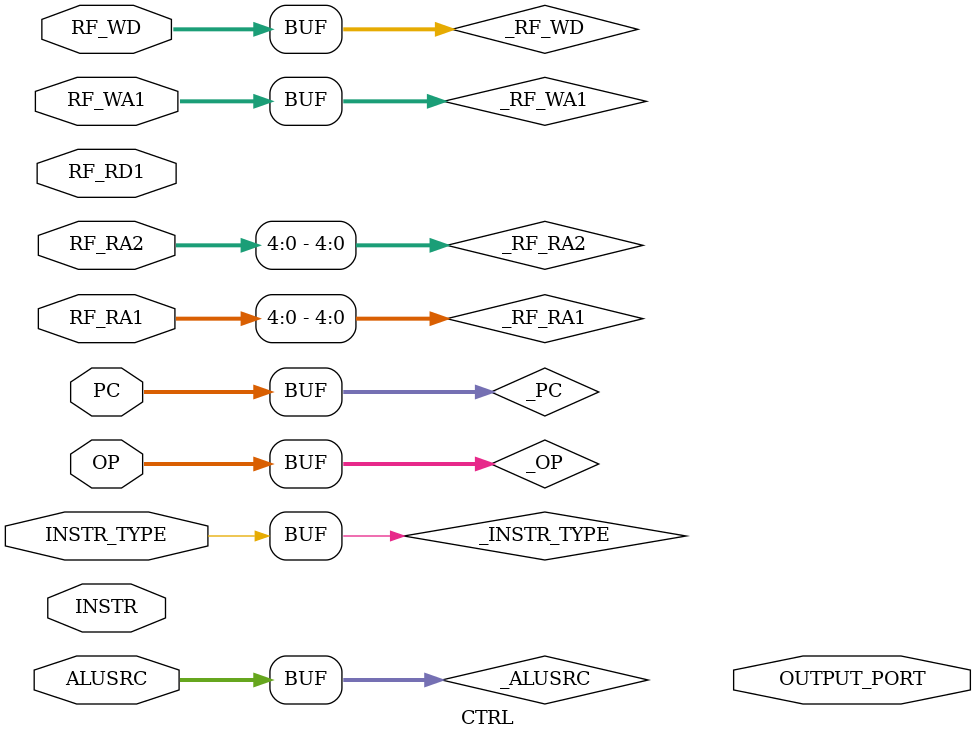
<source format=v>
module CTRL(
    input wire [31:0] INSTR, PC, RF_WD, ALUSRC, RF_RD1,
    input wire [4:0] RF_RA1, RF_RA2, RF_WA1,
    input wire [3:0] OP,
    input wire INSTR_TYPE,
    output wire [31:0] OUTPUT_PORT
    );


    reg [31:0] IMM, _PC, _RF_RA1, _RF_RA2, _RF_WD, Target, EFFECTIVE_ADDR, _ALUSRC, _OUTPUT_PORT;
	reg [4:0] _RF_WA1;
    reg [3:0] _OP;
    reg _RF_WE, _INSTR_TYPE;

    assign PC = _PC;
    assign RF_WE = _RF_WE;
	assign RF_WD = _RF_WD;
	assign RF_WA1 = _RF_WA1;
	assign RF_RA1 = _RF_RA1;
	assign RF_RA2 = _RF_RA2;
	assign ALUSRC = _ALUSRC;
    assign INSTR_TYPE = _INSTR_TYPE;
    assign OP = _OP;
    
    always @ (*) begin
        case (INSTR[6:0])
			// LUI
			7'b0110111 :
			begin
				IMM[31:12] = INSTR[31:12];
				IMM[11:0] = 12'h000;
				_RF_WA1 = INSTR[11:7];
				_RF_WE = 1;
				_RF_WD = IMM;
			end
					
			// AUIPC
			7'b0010111 :
			begin
				IMM[31:12] = INSTR[31:12];
				IMM[11:0] = 0;
				_RF_WA1 = INSTR[11:7];
			end
				
			// JAL
			7'b1101111 :
			begin
				IMM[20:0] = {INSTR[31], INSTR[19:12], INSTR[20], INSTR[30:21]};
				_RF_WA1 = INSTR[11:7];
				Target = PC + IMM;
				_RF_WD = PC + 4;
				_PC = Target;
			end
				
			// JALR
			7'b1100111 :
			begin
				IMM[11:0] = INSTR[31:20];
				_RF_RA1 = INSTR[19:15];
				_RF_WA1 = INSTR[11:7];
				Target = (RF_RD1 + IMM) & 32'hfffffffe;
				_RF_WD = PC + 4;
				_PC = Target;
			end
				
			// B(BRANCH) Type (BEQ, BNE, BLT, BGE, BLTU, BGEU)
			7'b1100011 :
			begin
				IMM[12:0] = {INSTR[31], INSTR[7], INSTR[30:25], INSTR[11:8]};
				_RF_RA1 = INSTR[19:15];
				_RF_RA2 = INSTR[24:20];
				_OP = INSTR[14:12];
			end
				

			// I Type Load (LB, LH, LW, LBU, LHU)
			7'b0000011 :
			begin
				IMM[11:0] = INSTR[31:20];
				_RF_WA1 = INSTR[11:7];
				EFFECTIVE_ADDR = IMM + RF_RD1; // ALU add
			//	_RF_WD = MEM[d_translate(EFFECTIVE_ADDR)];
				_PC = PC + 4;
			end
				
			// Store (SB, SH, SW)
			7'b0100011 :
			begin
				IMM[11:5] = INSTR[31:25];
				IMM[4:0] = INSTR[11:7];
                _RF_RA1 = INSTR[19:15];
                _RF_RA2 = INSTR[24:20];
            //    S_OP = INSTR[14:12];
                EFFECTIVE_ADDR = IMM + RF_RD1; // ALU add
                // Memwrite 1
                // mem address = d_translate(EFFECTIVE_ADDR)
                // store RF_RD2 in mem address
                _PC = PC + 4;

			end
				

			// I Type (ADDI, SLTI, SLTIU, XORI, ORI, ANDI, SLLI, SRLI, SRAI)
			7'b0010011 :
			begin
				IMM[11:0] = INSTR[31:20];
				_RF_RA1 = INSTR[19:15];
				_RF_WE = 1;
				_RF_WA1 = INSTR[11:7];
				_OP = INSTR[14:12];
				_INSTR_TYPE = 1;
			//	ALU(IMM, RF_RD2, OP, RF_WD);
			end
				
			// R Type (ADD, SUB, SLL, SLT, SLTU, XOR, SRL, SRA, OR, AND)
			7'b0110011 :
			begin
				_RF_RA1 = INSTR[19:15];
				_RF_RA2 = INSTR[24:20];
				_RF_WE = 1;
				_RF_WA1 = INSTR[11:7];
				_OP = INSTR[14:12];
				_INSTR_TYPE = 0;
			//	ALU(RF_RD1, RF_RD2, OP, RF_WD);
			end
				
			default: _RF_WD = 0; // need to modify
		endcase
    end
endmodule
</source>
